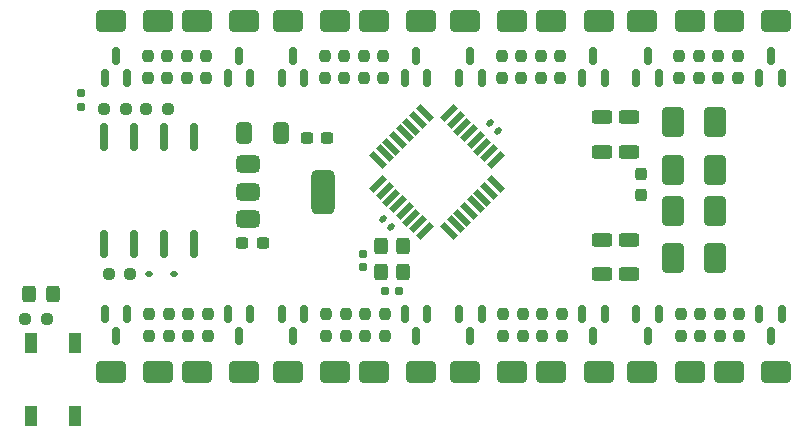
<source format=gbr>
%TF.GenerationSoftware,KiCad,Pcbnew,8.0.2*%
%TF.CreationDate,2024-09-22T00:14:53+02:00*%
%TF.ProjectId,solenoidDecoder,736f6c65-6e6f-4696-9444-65636f646572,rev?*%
%TF.SameCoordinates,Original*%
%TF.FileFunction,Paste,Top*%
%TF.FilePolarity,Positive*%
%FSLAX46Y46*%
G04 Gerber Fmt 4.6, Leading zero omitted, Abs format (unit mm)*
G04 Created by KiCad (PCBNEW 8.0.2) date 2024-09-22 00:14:53*
%MOMM*%
%LPD*%
G01*
G04 APERTURE LIST*
G04 Aperture macros list*
%AMRoundRect*
0 Rectangle with rounded corners*
0 $1 Rounding radius*
0 $2 $3 $4 $5 $6 $7 $8 $9 X,Y pos of 4 corners*
0 Add a 4 corners polygon primitive as box body*
4,1,4,$2,$3,$4,$5,$6,$7,$8,$9,$2,$3,0*
0 Add four circle primitives for the rounded corners*
1,1,$1+$1,$2,$3*
1,1,$1+$1,$4,$5*
1,1,$1+$1,$6,$7*
1,1,$1+$1,$8,$9*
0 Add four rect primitives between the rounded corners*
20,1,$1+$1,$2,$3,$4,$5,0*
20,1,$1+$1,$4,$5,$6,$7,0*
20,1,$1+$1,$6,$7,$8,$9,0*
20,1,$1+$1,$8,$9,$2,$3,0*%
%AMRotRect*
0 Rectangle, with rotation*
0 The origin of the aperture is its center*
0 $1 length*
0 $2 width*
0 $3 Rotation angle, in degrees counterclockwise*
0 Add horizontal line*
21,1,$1,$2,0,0,$3*%
G04 Aperture macros list end*
%ADD10RoundRect,0.140000X0.219203X0.021213X0.021213X0.219203X-0.219203X-0.021213X-0.021213X-0.219203X0*%
%ADD11RoundRect,0.237500X-0.250000X-0.237500X0.250000X-0.237500X0.250000X0.237500X-0.250000X0.237500X0*%
%ADD12RoundRect,0.155000X0.155000X-0.212500X0.155000X0.212500X-0.155000X0.212500X-0.155000X-0.212500X0*%
%ADD13RoundRect,0.155000X-0.212500X-0.155000X0.212500X-0.155000X0.212500X0.155000X-0.212500X0.155000X0*%
%ADD14RoundRect,0.237500X-0.300000X-0.237500X0.300000X-0.237500X0.300000X0.237500X-0.300000X0.237500X0*%
%ADD15RoundRect,0.237500X0.300000X0.237500X-0.300000X0.237500X-0.300000X-0.237500X0.300000X-0.237500X0*%
%ADD16RoundRect,0.250000X-0.412500X-0.650000X0.412500X-0.650000X0.412500X0.650000X-0.412500X0.650000X0*%
%ADD17RoundRect,0.237500X-0.237500X0.300000X-0.237500X-0.300000X0.237500X-0.300000X0.237500X0.300000X0*%
%ADD18RoundRect,0.112500X-0.187500X-0.112500X0.187500X-0.112500X0.187500X0.112500X-0.187500X0.112500X0*%
%ADD19RoundRect,0.250000X0.325000X0.450000X-0.325000X0.450000X-0.325000X-0.450000X0.325000X-0.450000X0*%
%ADD20RoundRect,0.250000X1.000000X0.650000X-1.000000X0.650000X-1.000000X-0.650000X1.000000X-0.650000X0*%
%ADD21RoundRect,0.250000X-1.000000X-0.650000X1.000000X-0.650000X1.000000X0.650000X-1.000000X0.650000X0*%
%ADD22RoundRect,0.250000X-0.650000X1.000000X-0.650000X-1.000000X0.650000X-1.000000X0.650000X1.000000X0*%
%ADD23RoundRect,0.250000X0.650000X-1.000000X0.650000X1.000000X-0.650000X1.000000X-0.650000X-1.000000X0*%
%ADD24RoundRect,0.150000X-0.150000X0.587500X-0.150000X-0.587500X0.150000X-0.587500X0.150000X0.587500X0*%
%ADD25RoundRect,0.150000X0.150000X-0.587500X0.150000X0.587500X-0.150000X0.587500X-0.150000X-0.587500X0*%
%ADD26RoundRect,0.160000X0.160000X-0.197500X0.160000X0.197500X-0.160000X0.197500X-0.160000X-0.197500X0*%
%ADD27RoundRect,0.237500X-0.237500X0.250000X-0.237500X-0.250000X0.237500X-0.250000X0.237500X0.250000X0*%
%ADD28RoundRect,0.237500X0.237500X-0.250000X0.237500X0.250000X-0.237500X0.250000X-0.237500X-0.250000X0*%
%ADD29RoundRect,0.250000X-0.625000X0.312500X-0.625000X-0.312500X0.625000X-0.312500X0.625000X0.312500X0*%
%ADD30RoundRect,0.250000X0.625000X-0.312500X0.625000X0.312500X-0.625000X0.312500X-0.625000X-0.312500X0*%
%ADD31R,1.100000X1.800000*%
%ADD32RotRect,1.600000X0.550000X135.000000*%
%ADD33RotRect,1.600000X0.550000X45.000000*%
%ADD34RoundRect,0.162500X0.162500X-1.012500X0.162500X1.012500X-0.162500X1.012500X-0.162500X-1.012500X0*%
%ADD35RoundRect,0.375000X-0.625000X-0.375000X0.625000X-0.375000X0.625000X0.375000X-0.625000X0.375000X0*%
%ADD36RoundRect,0.500000X-0.500000X-1.400000X0.500000X-1.400000X0.500000X1.400000X-0.500000X1.400000X0*%
%ADD37RoundRect,0.300000X-0.300000X0.400000X-0.300000X-0.400000X0.300000X-0.400000X0.300000X0.400000X0*%
G04 APERTURE END LIST*
D10*
%TO.C,C101*%
X129617411Y-51250411D03*
X128938589Y-50571589D03*
%TD*%
%TO.C,C3*%
X120600411Y-59378411D03*
X119921589Y-58699589D03*
%TD*%
D11*
%TO.C,R5*%
X96660500Y-63381000D03*
X98485500Y-63381000D03*
%TD*%
%TO.C,R4*%
X99835500Y-49411000D03*
X101660500Y-49411000D03*
%TD*%
%TO.C,R3*%
X96279500Y-49411000D03*
X98104500Y-49411000D03*
%TD*%
D12*
%TO.C,C1*%
X118229000Y-62781500D03*
X118229000Y-61646500D03*
%TD*%
D13*
%TO.C,C2*%
X121209500Y-64754000D03*
X120074500Y-64754000D03*
%TD*%
D14*
%TO.C,C401*%
X107968500Y-60690000D03*
X109693500Y-60690000D03*
%TD*%
D15*
%TO.C,C402*%
X115154500Y-51800000D03*
X113429500Y-51800000D03*
%TD*%
D16*
%TO.C,C403*%
X108157500Y-51419000D03*
X111282500Y-51419000D03*
%TD*%
D17*
%TO.C,C501*%
X141732000Y-56615500D03*
X141732000Y-54890500D03*
%TD*%
D18*
%TO.C,D1*%
X102179000Y-63381000D03*
X100079000Y-63381000D03*
%TD*%
D19*
%TO.C,D4*%
X91957000Y-65024000D03*
X89907000Y-65024000D03*
%TD*%
D20*
%TO.C,D11*%
X141849000Y-71615500D03*
X145849000Y-71615500D03*
%TD*%
D21*
%TO.C,D12*%
X153151000Y-71615500D03*
X149151000Y-71615500D03*
%TD*%
D20*
%TO.C,D21*%
X126849000Y-71615500D03*
X130849000Y-71615500D03*
%TD*%
D21*
%TO.C,D22*%
X138151000Y-71615500D03*
X134151000Y-71615500D03*
%TD*%
D20*
%TO.C,D31*%
X111849000Y-71615500D03*
X115849000Y-71615500D03*
%TD*%
D21*
%TO.C,D32*%
X123151000Y-71615500D03*
X119151000Y-71615500D03*
%TD*%
D20*
%TO.C,D41*%
X96849000Y-71615500D03*
X100849000Y-71615500D03*
%TD*%
D21*
%TO.C,D42*%
X108151000Y-71615500D03*
X104151000Y-71615500D03*
%TD*%
%TO.C,D51*%
X104151000Y-41901500D03*
X108151000Y-41901500D03*
%TD*%
D20*
%TO.C,D52*%
X100849000Y-41901500D03*
X96849000Y-41901500D03*
%TD*%
D21*
%TO.C,D61*%
X119151000Y-41901500D03*
X123151000Y-41901500D03*
%TD*%
D20*
%TO.C,D62*%
X115849000Y-41901500D03*
X111849000Y-41901500D03*
%TD*%
D21*
%TO.C,D71*%
X134151000Y-41901500D03*
X138151000Y-41901500D03*
%TD*%
D20*
%TO.C,D72*%
X130849000Y-41901500D03*
X126849000Y-41901500D03*
%TD*%
D21*
%TO.C,D81*%
X149151000Y-41901500D03*
X153151000Y-41901500D03*
%TD*%
D20*
%TO.C,D82*%
X145849000Y-41901500D03*
X141849000Y-41901500D03*
%TD*%
D22*
%TO.C,D501*%
X144483500Y-50500000D03*
X144483500Y-54500000D03*
%TD*%
D23*
%TO.C,D502*%
X144483500Y-62000000D03*
X144483500Y-58000000D03*
%TD*%
D22*
%TO.C,D503*%
X147983500Y-58000000D03*
X147983500Y-62000000D03*
%TD*%
D23*
%TO.C,D504*%
X147983500Y-54500000D03*
X147983500Y-50500000D03*
%TD*%
D24*
%TO.C,Q11*%
X142293000Y-68616000D03*
X141343000Y-66741000D03*
X143243000Y-66741000D03*
%TD*%
%TO.C,Q12*%
X152707000Y-68616000D03*
X151757000Y-66741000D03*
X153657000Y-66741000D03*
%TD*%
%TO.C,Q21*%
X127293000Y-68616000D03*
X126343000Y-66741000D03*
X128243000Y-66741000D03*
%TD*%
%TO.C,Q22*%
X137707000Y-68616000D03*
X136757000Y-66741000D03*
X138657000Y-66741000D03*
%TD*%
%TO.C,Q31*%
X112293000Y-68616000D03*
X111343000Y-66741000D03*
X113243000Y-66741000D03*
%TD*%
%TO.C,Q32*%
X122707000Y-68616000D03*
X121757000Y-66741000D03*
X123657000Y-66741000D03*
%TD*%
%TO.C,Q41*%
X97293000Y-68616000D03*
X96343000Y-66741000D03*
X98243000Y-66741000D03*
%TD*%
%TO.C,Q42*%
X107707000Y-68616000D03*
X106757000Y-66741000D03*
X108657000Y-66741000D03*
%TD*%
D25*
%TO.C,Q51*%
X106757000Y-46776000D03*
X108657000Y-46776000D03*
X107707000Y-44901000D03*
%TD*%
%TO.C,Q52*%
X96343000Y-46776000D03*
X98243000Y-46776000D03*
X97293000Y-44901000D03*
%TD*%
%TO.C,Q61*%
X121757000Y-46776000D03*
X123657000Y-46776000D03*
X122707000Y-44901000D03*
%TD*%
%TO.C,Q62*%
X111343000Y-46776000D03*
X113243000Y-46776000D03*
X112293000Y-44901000D03*
%TD*%
%TO.C,Q71*%
X136757000Y-46776000D03*
X138657000Y-46776000D03*
X137707000Y-44901000D03*
%TD*%
%TO.C,Q72*%
X126343000Y-46776000D03*
X128243000Y-46776000D03*
X127293000Y-44901000D03*
%TD*%
%TO.C,Q81*%
X151757000Y-46776000D03*
X153657000Y-46776000D03*
X152707000Y-44901000D03*
%TD*%
%TO.C,Q82*%
X141343000Y-46776000D03*
X143243000Y-46776000D03*
X142293000Y-44901000D03*
%TD*%
D26*
%TO.C,R2*%
X94361000Y-49238500D03*
X94361000Y-48043500D03*
%TD*%
D11*
%TO.C,R6*%
X89587500Y-67183000D03*
X91412500Y-67183000D03*
%TD*%
D27*
%TO.C,R11*%
X146738000Y-68591000D03*
X146738000Y-66766000D03*
%TD*%
%TO.C,R12*%
X148389000Y-68591000D03*
X148389000Y-66766000D03*
%TD*%
%TO.C,R13*%
X145087000Y-68591000D03*
X145087000Y-66766000D03*
%TD*%
%TO.C,R14*%
X150040000Y-68591000D03*
X150040000Y-66766000D03*
%TD*%
%TO.C,R21*%
X131738000Y-68591000D03*
X131738000Y-66766000D03*
%TD*%
%TO.C,R22*%
X133389000Y-68591000D03*
X133389000Y-66766000D03*
%TD*%
%TO.C,R23*%
X130087000Y-68591000D03*
X130087000Y-66766000D03*
%TD*%
%TO.C,R24*%
X135040000Y-68591000D03*
X135040000Y-66766000D03*
%TD*%
%TO.C,R31*%
X116738000Y-68591000D03*
X116738000Y-66766000D03*
%TD*%
%TO.C,R32*%
X118389000Y-68591000D03*
X118389000Y-66766000D03*
%TD*%
%TO.C,R33*%
X115087000Y-68591000D03*
X115087000Y-66766000D03*
%TD*%
%TO.C,R34*%
X120040000Y-68591000D03*
X120040000Y-66766000D03*
%TD*%
%TO.C,R41*%
X101738000Y-68591000D03*
X101738000Y-66766000D03*
%TD*%
%TO.C,R42*%
X103389000Y-68591000D03*
X103389000Y-66766000D03*
%TD*%
%TO.C,R43*%
X100087000Y-68591000D03*
X100087000Y-66766000D03*
%TD*%
%TO.C,R44*%
X105040000Y-68591000D03*
X105040000Y-66766000D03*
%TD*%
D28*
%TO.C,R51*%
X103262000Y-46751000D03*
X103262000Y-44926000D03*
%TD*%
%TO.C,R52*%
X101611000Y-46751000D03*
X101611000Y-44926000D03*
%TD*%
%TO.C,R53*%
X104913000Y-46751000D03*
X104913000Y-44926000D03*
%TD*%
%TO.C,R54*%
X99960000Y-46751000D03*
X99960000Y-44926000D03*
%TD*%
%TO.C,R61*%
X118262000Y-46751000D03*
X118262000Y-44926000D03*
%TD*%
%TO.C,R62*%
X116611000Y-46751000D03*
X116611000Y-44926000D03*
%TD*%
%TO.C,R63*%
X119913000Y-46751000D03*
X119913000Y-44926000D03*
%TD*%
%TO.C,R64*%
X114960000Y-46751000D03*
X114960000Y-44926000D03*
%TD*%
%TO.C,R71*%
X133262000Y-46751000D03*
X133262000Y-44926000D03*
%TD*%
%TO.C,R72*%
X131611000Y-46751000D03*
X131611000Y-44926000D03*
%TD*%
%TO.C,R73*%
X134913000Y-46751000D03*
X134913000Y-44926000D03*
%TD*%
%TO.C,R74*%
X129960000Y-46751000D03*
X129960000Y-44926000D03*
%TD*%
%TO.C,R81*%
X148262000Y-46751000D03*
X148262000Y-44926000D03*
%TD*%
%TO.C,R82*%
X146611000Y-46751000D03*
X146611000Y-44926000D03*
%TD*%
%TO.C,R83*%
X149913000Y-46751000D03*
X149913000Y-44926000D03*
%TD*%
%TO.C,R84*%
X144960000Y-46751000D03*
X144960000Y-44926000D03*
%TD*%
D29*
%TO.C,R101*%
X140708000Y-50083500D03*
X140708000Y-53008500D03*
%TD*%
%TO.C,R102*%
X138422000Y-50083500D03*
X138422000Y-53008500D03*
%TD*%
D30*
%TO.C,R103*%
X138422000Y-63357000D03*
X138422000Y-60432000D03*
%TD*%
%TO.C,R104*%
X140708000Y-63357000D03*
X140708000Y-60432000D03*
%TD*%
D31*
%TO.C,SW1*%
X93798000Y-69163000D03*
X93798000Y-75363000D03*
X90098000Y-69163000D03*
X90098000Y-75363000D03*
%TD*%
D32*
%TO.C,U1*%
X119466897Y-53695695D03*
X120032583Y-53130010D03*
X120598268Y-52564324D03*
X121163953Y-51998639D03*
X121729639Y-51432953D03*
X122295324Y-50867268D03*
X122861010Y-50301583D03*
X123426695Y-49735897D03*
D33*
X125477305Y-49735897D03*
X126042990Y-50301583D03*
X126608676Y-50867268D03*
X127174361Y-51432953D03*
X127740047Y-51998639D03*
X128305732Y-52564324D03*
X128871417Y-53130010D03*
X129437103Y-53695695D03*
D32*
X129437103Y-55746305D03*
X128871417Y-56311990D03*
X128305732Y-56877676D03*
X127740047Y-57443361D03*
X127174361Y-58009047D03*
X126608676Y-58574732D03*
X126042990Y-59140417D03*
X125477305Y-59706103D03*
D33*
X123426695Y-59706103D03*
X122861010Y-59140417D03*
X122295324Y-58574732D03*
X121729639Y-58009047D03*
X121163953Y-57443361D03*
X120598268Y-56877676D03*
X120032583Y-56311990D03*
X119466897Y-55746305D03*
%TD*%
D34*
%TO.C,U3*%
X96258000Y-51720000D03*
X98798000Y-51720000D03*
X101338000Y-51720000D03*
X103878000Y-51720000D03*
X103878000Y-60770000D03*
X101338000Y-60770000D03*
X98798000Y-60770000D03*
X96258000Y-60770000D03*
%TD*%
D35*
%TO.C,U401*%
X108475000Y-54072000D03*
X108475000Y-56372000D03*
D36*
X114775000Y-56372000D03*
D35*
X108475000Y-58672000D03*
%TD*%
D37*
%TO.C,Y1*%
X119692000Y-60987000D03*
X119692000Y-63187000D03*
X121592000Y-63187000D03*
X121592000Y-60987000D03*
%TD*%
M02*

</source>
